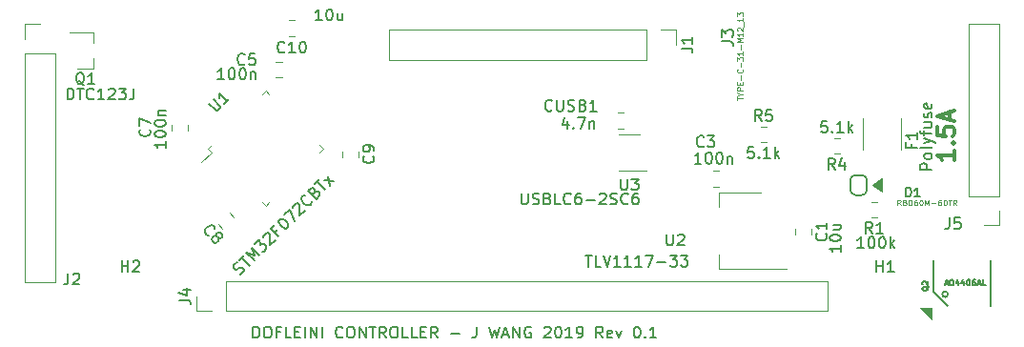
<source format=gbr>
G04 #@! TF.GenerationSoftware,KiCad,Pcbnew,(5.1.5)-3*
G04 #@! TF.CreationDate,2020-02-22T19:23:43-05:00*
G04 #@! TF.ProjectId,Dofleini-controller-STM32,446f666c-6569-46e6-992d-636f6e74726f,rev?*
G04 #@! TF.SameCoordinates,Original*
G04 #@! TF.FileFunction,Legend,Top*
G04 #@! TF.FilePolarity,Positive*
%FSLAX46Y46*%
G04 Gerber Fmt 4.6, Leading zero omitted, Abs format (unit mm)*
G04 Created by KiCad (PCBNEW (5.1.5)-3) date 2020-02-22 19:23:43*
%MOMM*%
%LPD*%
G04 APERTURE LIST*
%ADD10C,0.300000*%
%ADD11C,0.150000*%
%ADD12C,0.120000*%
%ADD13C,0.100000*%
%ADD14C,0.200000*%
%ADD15C,0.127000*%
%ADD16C,0.125000*%
G04 APERTURE END LIST*
D10*
X37998571Y5324285D02*
X37998571Y4467142D01*
X37998571Y4895714D02*
X36498571Y4895714D01*
X36712857Y4752857D01*
X36855714Y4610000D01*
X36927142Y4467142D01*
X37855714Y5967142D02*
X37927142Y6038571D01*
X37998571Y5967142D01*
X37927142Y5895714D01*
X37855714Y5967142D01*
X37998571Y5967142D01*
X36498571Y7395714D02*
X36498571Y6681428D01*
X37212857Y6610000D01*
X37141428Y6681428D01*
X37070000Y6824285D01*
X37070000Y7181428D01*
X37141428Y7324285D01*
X37212857Y7395714D01*
X37355714Y7467142D01*
X37712857Y7467142D01*
X37855714Y7395714D01*
X37927142Y7324285D01*
X37998571Y7181428D01*
X37998571Y6824285D01*
X37927142Y6681428D01*
X37855714Y6610000D01*
X37570000Y8038571D02*
X37570000Y8752857D01*
X37998571Y7895714D02*
X36498571Y8395714D01*
X37998571Y8895714D01*
D11*
X-24260952Y-11322380D02*
X-24260952Y-10322380D01*
X-24022857Y-10322380D01*
X-23879999Y-10370000D01*
X-23784761Y-10465238D01*
X-23737142Y-10560476D01*
X-23689523Y-10750952D01*
X-23689523Y-10893809D01*
X-23737142Y-11084285D01*
X-23784761Y-11179523D01*
X-23879999Y-11274761D01*
X-24022857Y-11322380D01*
X-24260952Y-11322380D01*
X-23070476Y-10322380D02*
X-22879999Y-10322380D01*
X-22784761Y-10370000D01*
X-22689523Y-10465238D01*
X-22641904Y-10655714D01*
X-22641904Y-10989047D01*
X-22689523Y-11179523D01*
X-22784761Y-11274761D01*
X-22879999Y-11322380D01*
X-23070476Y-11322380D01*
X-23165714Y-11274761D01*
X-23260952Y-11179523D01*
X-23308571Y-10989047D01*
X-23308571Y-10655714D01*
X-23260952Y-10465238D01*
X-23165714Y-10370000D01*
X-23070476Y-10322380D01*
X-21879999Y-10798571D02*
X-22213333Y-10798571D01*
X-22213333Y-11322380D02*
X-22213333Y-10322380D01*
X-21737142Y-10322380D01*
X-20879999Y-11322380D02*
X-21356190Y-11322380D01*
X-21356190Y-10322380D01*
X-20546666Y-10798571D02*
X-20213333Y-10798571D01*
X-20070476Y-11322380D02*
X-20546666Y-11322380D01*
X-20546666Y-10322380D01*
X-20070476Y-10322380D01*
X-19641904Y-11322380D02*
X-19641904Y-10322380D01*
X-19165714Y-11322380D02*
X-19165714Y-10322380D01*
X-18594285Y-11322380D01*
X-18594285Y-10322380D01*
X-18118095Y-11322380D02*
X-18118095Y-10322380D01*
X-16308571Y-11227142D02*
X-16356190Y-11274761D01*
X-16499047Y-11322380D01*
X-16594285Y-11322380D01*
X-16737142Y-11274761D01*
X-16832380Y-11179523D01*
X-16879999Y-11084285D01*
X-16927619Y-10893809D01*
X-16927619Y-10750952D01*
X-16879999Y-10560476D01*
X-16832380Y-10465238D01*
X-16737142Y-10370000D01*
X-16594285Y-10322380D01*
X-16499047Y-10322380D01*
X-16356190Y-10370000D01*
X-16308571Y-10417619D01*
X-15689523Y-10322380D02*
X-15499047Y-10322380D01*
X-15403809Y-10370000D01*
X-15308571Y-10465238D01*
X-15260952Y-10655714D01*
X-15260952Y-10989047D01*
X-15308571Y-11179523D01*
X-15403809Y-11274761D01*
X-15499047Y-11322380D01*
X-15689523Y-11322380D01*
X-15784761Y-11274761D01*
X-15879999Y-11179523D01*
X-15927619Y-10989047D01*
X-15927619Y-10655714D01*
X-15879999Y-10465238D01*
X-15784761Y-10370000D01*
X-15689523Y-10322380D01*
X-14832380Y-11322380D02*
X-14832380Y-10322380D01*
X-14260952Y-11322380D01*
X-14260952Y-10322380D01*
X-13927619Y-10322380D02*
X-13356190Y-10322380D01*
X-13641904Y-11322380D02*
X-13641904Y-10322380D01*
X-12451428Y-11322380D02*
X-12784761Y-10846190D01*
X-13022857Y-11322380D02*
X-13022857Y-10322380D01*
X-12641904Y-10322380D01*
X-12546666Y-10370000D01*
X-12499047Y-10417619D01*
X-12451428Y-10512857D01*
X-12451428Y-10655714D01*
X-12499047Y-10750952D01*
X-12546666Y-10798571D01*
X-12641904Y-10846190D01*
X-13022857Y-10846190D01*
X-11832380Y-10322380D02*
X-11641904Y-10322380D01*
X-11546666Y-10370000D01*
X-11451428Y-10465238D01*
X-11403809Y-10655714D01*
X-11403809Y-10989047D01*
X-11451428Y-11179523D01*
X-11546666Y-11274761D01*
X-11641904Y-11322380D01*
X-11832380Y-11322380D01*
X-11927619Y-11274761D01*
X-12022857Y-11179523D01*
X-12070476Y-10989047D01*
X-12070476Y-10655714D01*
X-12022857Y-10465238D01*
X-11927619Y-10370000D01*
X-11832380Y-10322380D01*
X-10499047Y-11322380D02*
X-10975238Y-11322380D01*
X-10975238Y-10322380D01*
X-9689523Y-11322380D02*
X-10165714Y-11322380D01*
X-10165714Y-10322380D01*
X-9356190Y-10798571D02*
X-9022857Y-10798571D01*
X-8879999Y-11322380D02*
X-9356190Y-11322380D01*
X-9356190Y-10322380D01*
X-8879999Y-10322380D01*
X-7879999Y-11322380D02*
X-8213333Y-10846190D01*
X-8451428Y-11322380D02*
X-8451428Y-10322380D01*
X-8070476Y-10322380D01*
X-7975238Y-10370000D01*
X-7927619Y-10417619D01*
X-7879999Y-10512857D01*
X-7879999Y-10655714D01*
X-7927619Y-10750952D01*
X-7975238Y-10798571D01*
X-8070476Y-10846190D01*
X-8451428Y-10846190D01*
X-6689523Y-10941428D02*
X-5927619Y-10941428D01*
X-4403809Y-10322380D02*
X-4403809Y-11036666D01*
X-4451428Y-11179523D01*
X-4546666Y-11274761D01*
X-4689523Y-11322380D01*
X-4784761Y-11322380D01*
X-3260952Y-10322380D02*
X-3022857Y-11322380D01*
X-2832380Y-10608095D01*
X-2641904Y-11322380D01*
X-2403809Y-10322380D01*
X-2070476Y-11036666D02*
X-1594285Y-11036666D01*
X-2165714Y-11322380D02*
X-1832380Y-10322380D01*
X-1499047Y-11322380D01*
X-1165714Y-11322380D02*
X-1165714Y-10322380D01*
X-594285Y-11322380D01*
X-594285Y-10322380D01*
X405714Y-10370000D02*
X310476Y-10322380D01*
X167619Y-10322380D01*
X24761Y-10370000D01*
X-70476Y-10465238D01*
X-118095Y-10560476D01*
X-165714Y-10750952D01*
X-165714Y-10893809D01*
X-118095Y-11084285D01*
X-70476Y-11179523D01*
X24761Y-11274761D01*
X167619Y-11322380D01*
X262857Y-11322380D01*
X405714Y-11274761D01*
X453333Y-11227142D01*
X453333Y-10893809D01*
X262857Y-10893809D01*
X1596190Y-10417619D02*
X1643809Y-10370000D01*
X1739047Y-10322380D01*
X1977142Y-10322380D01*
X2072380Y-10370000D01*
X2120000Y-10417619D01*
X2167619Y-10512857D01*
X2167619Y-10608095D01*
X2120000Y-10750952D01*
X1548571Y-11322380D01*
X2167619Y-11322380D01*
X2786666Y-10322380D02*
X2881904Y-10322380D01*
X2977142Y-10370000D01*
X3024761Y-10417619D01*
X3072380Y-10512857D01*
X3120000Y-10703333D01*
X3120000Y-10941428D01*
X3072380Y-11131904D01*
X3024761Y-11227142D01*
X2977142Y-11274761D01*
X2881904Y-11322380D01*
X2786666Y-11322380D01*
X2691428Y-11274761D01*
X2643809Y-11227142D01*
X2596190Y-11131904D01*
X2548571Y-10941428D01*
X2548571Y-10703333D01*
X2596190Y-10512857D01*
X2643809Y-10417619D01*
X2691428Y-10370000D01*
X2786666Y-10322380D01*
X4072380Y-11322380D02*
X3500952Y-11322380D01*
X3786666Y-11322380D02*
X3786666Y-10322380D01*
X3691428Y-10465238D01*
X3596190Y-10560476D01*
X3500952Y-10608095D01*
X4548571Y-11322380D02*
X4739047Y-11322380D01*
X4834285Y-11274761D01*
X4881904Y-11227142D01*
X4977142Y-11084285D01*
X5024761Y-10893809D01*
X5024761Y-10512857D01*
X4977142Y-10417619D01*
X4929523Y-10370000D01*
X4834285Y-10322380D01*
X4643809Y-10322380D01*
X4548571Y-10370000D01*
X4500952Y-10417619D01*
X4453333Y-10512857D01*
X4453333Y-10750952D01*
X4500952Y-10846190D01*
X4548571Y-10893809D01*
X4643809Y-10941428D01*
X4834285Y-10941428D01*
X4929523Y-10893809D01*
X4977142Y-10846190D01*
X5024761Y-10750952D01*
X6786666Y-11322380D02*
X6453333Y-10846190D01*
X6215238Y-11322380D02*
X6215238Y-10322380D01*
X6596190Y-10322380D01*
X6691428Y-10370000D01*
X6739047Y-10417619D01*
X6786666Y-10512857D01*
X6786666Y-10655714D01*
X6739047Y-10750952D01*
X6691428Y-10798571D01*
X6596190Y-10846190D01*
X6215238Y-10846190D01*
X7596190Y-11274761D02*
X7500952Y-11322380D01*
X7310476Y-11322380D01*
X7215238Y-11274761D01*
X7167619Y-11179523D01*
X7167619Y-10798571D01*
X7215238Y-10703333D01*
X7310476Y-10655714D01*
X7500952Y-10655714D01*
X7596190Y-10703333D01*
X7643809Y-10798571D01*
X7643809Y-10893809D01*
X7167619Y-10989047D01*
X7977142Y-10655714D02*
X8215238Y-11322380D01*
X8453333Y-10655714D01*
X9786666Y-10322380D02*
X9881904Y-10322380D01*
X9977142Y-10370000D01*
X10024761Y-10417619D01*
X10072380Y-10512857D01*
X10120000Y-10703333D01*
X10120000Y-10941428D01*
X10072380Y-11131904D01*
X10024761Y-11227142D01*
X9977142Y-11274761D01*
X9881904Y-11322380D01*
X9786666Y-11322380D01*
X9691428Y-11274761D01*
X9643809Y-11227142D01*
X9596190Y-11131904D01*
X9548571Y-10941428D01*
X9548571Y-10703333D01*
X9596190Y-10512857D01*
X9643809Y-10417619D01*
X9691428Y-10370000D01*
X9786666Y-10322380D01*
X10548571Y-11227142D02*
X10596190Y-11274761D01*
X10548571Y-11322380D01*
X10500952Y-11274761D01*
X10548571Y-11227142D01*
X10548571Y-11322380D01*
X11548571Y-11322380D02*
X10977142Y-11322380D01*
X11262857Y-11322380D02*
X11262857Y-10322380D01*
X11167619Y-10465238D01*
X11072380Y-10560476D01*
X10977142Y-10608095D01*
D12*
X-30080000Y7078748D02*
X-30080000Y7601252D01*
X-31500000Y7078748D02*
X-31500000Y7601252D01*
X23900000Y-1608748D02*
X23900000Y-2131252D01*
X25320000Y-1608748D02*
X25320000Y-2131252D01*
X16613748Y2120000D02*
X17136252Y2120000D01*
X16613748Y3540000D02*
X17136252Y3540000D01*
X-22231252Y11790000D02*
X-21708748Y11790000D01*
X-22231252Y13210000D02*
X-21708748Y13210000D01*
X-25993221Y-602687D02*
X-26362687Y-233221D01*
X-26997313Y-1606779D02*
X-27366779Y-1237313D01*
X-16320000Y5251252D02*
X-16320000Y4728748D01*
X-14900000Y5251252D02*
X-14900000Y4728748D01*
X8661252Y8710000D02*
X8138748Y8710000D01*
X8661252Y7290000D02*
X8138748Y7290000D01*
D13*
G36*
X30760000Y2250000D02*
G01*
X31560000Y2850000D01*
X31560000Y1650000D01*
X30760000Y2250000D01*
G37*
X30760000Y2250000D02*
X31560000Y2850000D01*
X31560000Y1650000D01*
X30760000Y2250000D01*
D14*
X29759962Y1350000D02*
X29260000Y1350000D01*
X30260000Y1850000D02*
G75*
G02X29760000Y1350000I-500000J0D01*
G01*
X29260000Y1350000D02*
G75*
G02X28760000Y1850000I0J500000D01*
G01*
X28760000Y2650000D02*
X28760000Y1850000D01*
X28760000Y2650000D02*
G75*
G02X29260000Y3150000I500000J0D01*
G01*
X29260038Y3150000D02*
X29760000Y3150000D01*
X30260000Y2650000D02*
X30260000Y1850000D01*
X29760000Y3150000D02*
G75*
G02X30260000Y2650000I0J-500000D01*
G01*
D12*
X33310000Y5413748D02*
X33310000Y8186252D01*
X29890000Y5413748D02*
X29890000Y8186252D01*
X13310000Y16050000D02*
X13310000Y14720000D01*
X11980000Y16050000D02*
X13310000Y16050000D01*
X10710000Y16050000D02*
X10710000Y13390000D01*
X10710000Y13390000D02*
X-12210000Y13390000D01*
X10710000Y16050000D02*
X-12210000Y16050000D01*
X-12210000Y16050000D02*
X-12210000Y13390000D01*
X-44510000Y16570000D02*
X-43180000Y16570000D01*
X-44510000Y15240000D02*
X-44510000Y16570000D01*
X-44510000Y13970000D02*
X-41850000Y13970000D01*
X-41850000Y13970000D02*
X-41850000Y-6410000D01*
X-44510000Y13970000D02*
X-44510000Y-6410000D01*
X-44510000Y-6410000D02*
X-41850000Y-6410000D01*
X-29270000Y-8950000D02*
X-29270000Y-7620000D01*
X-27940000Y-8950000D02*
X-29270000Y-8950000D01*
X-26670000Y-8950000D02*
X-26670000Y-6290000D01*
X-26670000Y-6290000D02*
X26730000Y-6290000D01*
X-26670000Y-8950000D02*
X26730000Y-8950000D01*
X26730000Y-8950000D02*
X26730000Y-6290000D01*
X41970000Y-1330000D02*
X40640000Y-1330000D01*
X41970000Y0D02*
X41970000Y-1330000D01*
X41970000Y1270000D02*
X39310000Y1270000D01*
X39310000Y1270000D02*
X39310000Y16570000D01*
X41970000Y1270000D02*
X41970000Y16570000D01*
X41970000Y16570000D02*
X39310000Y16570000D01*
X-38410000Y12630000D02*
X-39870000Y12630000D01*
X-38410000Y15790000D02*
X-40570000Y15790000D01*
X-38410000Y15790000D02*
X-38410000Y14860000D01*
X-38410000Y12630000D02*
X-38410000Y13560000D01*
D13*
G36*
X35960000Y-9680000D02*
G01*
X35960000Y-8680000D01*
X34960000Y-8680000D01*
X35960000Y-9680000D01*
G37*
X35960000Y-9680000D02*
X35960000Y-8680000D01*
X34960000Y-8680000D01*
X35960000Y-9680000D01*
D15*
X37440000Y-7446000D02*
G75*
G03X37440000Y-7446000I-254000J0D01*
G01*
X36170000Y-7192000D02*
X36170000Y-4398000D01*
X37440000Y-8462000D02*
X36170000Y-7192000D01*
X41250000Y-4398000D02*
X41250000Y-8462000D01*
D12*
X31151252Y770000D02*
X30628748Y770000D01*
X31151252Y-650000D02*
X30628748Y-650000D01*
X27831252Y6440000D02*
X27308748Y6440000D01*
X27831252Y5020000D02*
X27308748Y5020000D01*
X20798748Y6040000D02*
X21321252Y6040000D01*
X20798748Y7460000D02*
X21321252Y7460000D01*
X23100000Y-5210000D02*
X17090000Y-5210000D01*
X20850000Y1610000D02*
X17090000Y1610000D01*
X17090000Y-5210000D02*
X17090000Y-3950000D01*
X17090000Y1610000D02*
X17090000Y350000D01*
X8240000Y3540000D02*
X10690000Y3540000D01*
X10040000Y6760000D02*
X8240000Y6760000D01*
X-21061252Y15490000D02*
X-20538748Y15490000D01*
X-21061252Y16910000D02*
X-20538748Y16910000D01*
X-27937113Y5181802D02*
X-28849281Y4269634D01*
X-28255311Y5500000D02*
X-27937113Y5181802D01*
X-27937113Y5818198D02*
X-28255311Y5500000D01*
X-23150000Y10605311D02*
X-22831802Y10287113D01*
X-23468198Y10287113D02*
X-23150000Y10605311D01*
X-23150000Y394689D02*
X-23468198Y712887D01*
X-22831802Y712887D02*
X-23150000Y394689D01*
X-18044689Y5500000D02*
X-18362887Y5818198D01*
X-18362887Y5181802D02*
X-18044689Y5500000D01*
D11*
X-33467857Y7208333D02*
X-33420238Y7160714D01*
X-33372619Y7017857D01*
X-33372619Y6922619D01*
X-33420238Y6779761D01*
X-33515476Y6684523D01*
X-33610714Y6636904D01*
X-33801190Y6589285D01*
X-33944047Y6589285D01*
X-34134523Y6636904D01*
X-34229761Y6684523D01*
X-34325000Y6779761D01*
X-34372619Y6922619D01*
X-34372619Y7017857D01*
X-34325000Y7160714D01*
X-34277380Y7208333D01*
X-34372619Y7541666D02*
X-34372619Y8208333D01*
X-33372619Y7779761D01*
X-32022619Y6130952D02*
X-32022619Y5559523D01*
X-32022619Y5845238D02*
X-33022619Y5845238D01*
X-32879761Y5750000D01*
X-32784523Y5654761D01*
X-32736904Y5559523D01*
X-33022619Y6750000D02*
X-33022619Y6845238D01*
X-32975000Y6940476D01*
X-32927380Y6988095D01*
X-32832142Y7035714D01*
X-32641666Y7083333D01*
X-32403571Y7083333D01*
X-32213095Y7035714D01*
X-32117857Y6988095D01*
X-32070238Y6940476D01*
X-32022619Y6845238D01*
X-32022619Y6750000D01*
X-32070238Y6654761D01*
X-32117857Y6607142D01*
X-32213095Y6559523D01*
X-32403571Y6511904D01*
X-32641666Y6511904D01*
X-32832142Y6559523D01*
X-32927380Y6607142D01*
X-32975000Y6654761D01*
X-33022619Y6750000D01*
X-33022619Y7702380D02*
X-33022619Y7797619D01*
X-32975000Y7892857D01*
X-32927380Y7940476D01*
X-32832142Y7988095D01*
X-32641666Y8035714D01*
X-32403571Y8035714D01*
X-32213095Y7988095D01*
X-32117857Y7940476D01*
X-32070238Y7892857D01*
X-32022619Y7797619D01*
X-32022619Y7702380D01*
X-32070238Y7607142D01*
X-32117857Y7559523D01*
X-32213095Y7511904D01*
X-32403571Y7464285D01*
X-32641666Y7464285D01*
X-32832142Y7511904D01*
X-32927380Y7559523D01*
X-32975000Y7607142D01*
X-33022619Y7702380D01*
X-32689285Y8464285D02*
X-32022619Y8464285D01*
X-32594047Y8464285D02*
X-32641666Y8511904D01*
X-32689285Y8607142D01*
X-32689285Y8750000D01*
X-32641666Y8845238D01*
X-32546428Y8892857D01*
X-32022619Y8892857D01*
X17352380Y15041666D02*
X18066666Y15041666D01*
X18209523Y14994047D01*
X18304761Y14898809D01*
X18352380Y14755952D01*
X18352380Y14660714D01*
X17352380Y15422619D02*
X17352380Y16041666D01*
X17733333Y15708333D01*
X17733333Y15851190D01*
X17780952Y15946428D01*
X17828571Y15994047D01*
X17923809Y16041666D01*
X18161904Y16041666D01*
X18257142Y15994047D01*
X18304761Y15946428D01*
X18352380Y15851190D01*
X18352380Y15565476D01*
X18304761Y15470238D01*
X18257142Y15422619D01*
D16*
X18726190Y9783333D02*
X18726190Y10069047D01*
X19226190Y9926190D02*
X18726190Y9926190D01*
X18988095Y10330952D02*
X19226190Y10330952D01*
X18726190Y10164285D02*
X18988095Y10330952D01*
X18726190Y10497619D01*
X19226190Y10664285D02*
X18726190Y10664285D01*
X18726190Y10854761D01*
X18750000Y10902380D01*
X18773809Y10926190D01*
X18821428Y10950000D01*
X18892857Y10950000D01*
X18940476Y10926190D01*
X18964285Y10902380D01*
X18988095Y10854761D01*
X18988095Y10664285D01*
X18964285Y11164285D02*
X18964285Y11330952D01*
X19226190Y11402380D02*
X19226190Y11164285D01*
X18726190Y11164285D01*
X18726190Y11402380D01*
X19035714Y11616666D02*
X19035714Y11997619D01*
X19178571Y12521428D02*
X19202380Y12497619D01*
X19226190Y12426190D01*
X19226190Y12378571D01*
X19202380Y12307142D01*
X19154761Y12259523D01*
X19107142Y12235714D01*
X19011904Y12211904D01*
X18940476Y12211904D01*
X18845238Y12235714D01*
X18797619Y12259523D01*
X18750000Y12307142D01*
X18726190Y12378571D01*
X18726190Y12426190D01*
X18750000Y12497619D01*
X18773809Y12521428D01*
X19035714Y12735714D02*
X19035714Y13116666D01*
X18726190Y13307142D02*
X18726190Y13616666D01*
X18916666Y13450000D01*
X18916666Y13521428D01*
X18940476Y13569047D01*
X18964285Y13592857D01*
X19011904Y13616666D01*
X19130952Y13616666D01*
X19178571Y13592857D01*
X19202380Y13569047D01*
X19226190Y13521428D01*
X19226190Y13378571D01*
X19202380Y13330952D01*
X19178571Y13307142D01*
X19226190Y14092857D02*
X19226190Y13807142D01*
X19226190Y13950000D02*
X18726190Y13950000D01*
X18797619Y13902380D01*
X18845238Y13854761D01*
X18869047Y13807142D01*
X19035714Y14307142D02*
X19035714Y14688095D01*
X19226190Y14926190D02*
X18726190Y14926190D01*
X19083333Y15092857D01*
X18726190Y15259523D01*
X19226190Y15259523D01*
X19226190Y15759523D02*
X19226190Y15473809D01*
X19226190Y15616666D02*
X18726190Y15616666D01*
X18797619Y15569047D01*
X18845238Y15521428D01*
X18869047Y15473809D01*
X18773809Y15950000D02*
X18750000Y15973809D01*
X18726190Y16021428D01*
X18726190Y16140476D01*
X18750000Y16188095D01*
X18773809Y16211904D01*
X18821428Y16235714D01*
X18869047Y16235714D01*
X18940476Y16211904D01*
X19226190Y15926190D01*
X19226190Y16235714D01*
X19273809Y16330952D02*
X19273809Y16711904D01*
X19226190Y17092857D02*
X19226190Y16807142D01*
X19226190Y16949999D02*
X18726190Y16949999D01*
X18797619Y16902380D01*
X18845238Y16854761D01*
X18869047Y16807142D01*
X18726190Y17259523D02*
X18726190Y17569047D01*
X18916666Y17402380D01*
X18916666Y17473809D01*
X18940476Y17521428D01*
X18964285Y17545238D01*
X19011904Y17569047D01*
X19130952Y17569047D01*
X19178571Y17545238D01*
X19202380Y17521428D01*
X19226190Y17473809D01*
X19226190Y17330952D01*
X19202380Y17283333D01*
X19178571Y17259523D01*
D11*
X26617142Y-2036666D02*
X26664761Y-2084285D01*
X26712380Y-2227142D01*
X26712380Y-2322380D01*
X26664761Y-2465238D01*
X26569523Y-2560476D01*
X26474285Y-2608095D01*
X26283809Y-2655714D01*
X26140952Y-2655714D01*
X25950476Y-2608095D01*
X25855238Y-2560476D01*
X25760000Y-2465238D01*
X25712380Y-2322380D01*
X25712380Y-2227142D01*
X25760000Y-2084285D01*
X25807619Y-2036666D01*
X26712380Y-1084285D02*
X26712380Y-1655714D01*
X26712380Y-1370000D02*
X25712380Y-1370000D01*
X25855238Y-1465238D01*
X25950476Y-1560476D01*
X25998095Y-1655714D01*
X27927380Y-3092857D02*
X27927380Y-3664285D01*
X27927380Y-3378571D02*
X26927380Y-3378571D01*
X27070238Y-3473809D01*
X27165476Y-3569047D01*
X27213095Y-3664285D01*
X26927380Y-2473809D02*
X26927380Y-2378571D01*
X26975000Y-2283333D01*
X27022619Y-2235714D01*
X27117857Y-2188095D01*
X27308333Y-2140476D01*
X27546428Y-2140476D01*
X27736904Y-2188095D01*
X27832142Y-2235714D01*
X27879761Y-2283333D01*
X27927380Y-2378571D01*
X27927380Y-2473809D01*
X27879761Y-2569047D01*
X27832142Y-2616666D01*
X27736904Y-2664285D01*
X27546428Y-2711904D01*
X27308333Y-2711904D01*
X27117857Y-2664285D01*
X27022619Y-2616666D01*
X26975000Y-2569047D01*
X26927380Y-2473809D01*
X27260714Y-1283333D02*
X27927380Y-1283333D01*
X27260714Y-1711904D02*
X27784523Y-1711904D01*
X27879761Y-1664285D01*
X27927380Y-1569047D01*
X27927380Y-1426190D01*
X27879761Y-1330952D01*
X27832142Y-1283333D01*
X15758333Y5717857D02*
X15710714Y5670238D01*
X15567857Y5622619D01*
X15472619Y5622619D01*
X15329761Y5670238D01*
X15234523Y5765476D01*
X15186904Y5860714D01*
X15139285Y6051190D01*
X15139285Y6194047D01*
X15186904Y6384523D01*
X15234523Y6479761D01*
X15329761Y6575000D01*
X15472619Y6622619D01*
X15567857Y6622619D01*
X15710714Y6575000D01*
X15758333Y6527380D01*
X16091666Y6622619D02*
X16710714Y6622619D01*
X16377380Y6241666D01*
X16520238Y6241666D01*
X16615476Y6194047D01*
X16663095Y6146428D01*
X16710714Y6051190D01*
X16710714Y5813095D01*
X16663095Y5717857D01*
X16615476Y5670238D01*
X16520238Y5622619D01*
X16234523Y5622619D01*
X16139285Y5670238D01*
X16091666Y5717857D01*
X15530952Y4147619D02*
X14959523Y4147619D01*
X15245238Y4147619D02*
X15245238Y5147619D01*
X15150000Y5004761D01*
X15054761Y4909523D01*
X14959523Y4861904D01*
X16150000Y5147619D02*
X16245238Y5147619D01*
X16340476Y5100000D01*
X16388095Y5052380D01*
X16435714Y4957142D01*
X16483333Y4766666D01*
X16483333Y4528571D01*
X16435714Y4338095D01*
X16388095Y4242857D01*
X16340476Y4195238D01*
X16245238Y4147619D01*
X16150000Y4147619D01*
X16054761Y4195238D01*
X16007142Y4242857D01*
X15959523Y4338095D01*
X15911904Y4528571D01*
X15911904Y4766666D01*
X15959523Y4957142D01*
X16007142Y5052380D01*
X16054761Y5100000D01*
X16150000Y5147619D01*
X17102380Y5147619D02*
X17197619Y5147619D01*
X17292857Y5100000D01*
X17340476Y5052380D01*
X17388095Y4957142D01*
X17435714Y4766666D01*
X17435714Y4528571D01*
X17388095Y4338095D01*
X17340476Y4242857D01*
X17292857Y4195238D01*
X17197619Y4147619D01*
X17102380Y4147619D01*
X17007142Y4195238D01*
X16959523Y4242857D01*
X16911904Y4338095D01*
X16864285Y4528571D01*
X16864285Y4766666D01*
X16911904Y4957142D01*
X16959523Y5052380D01*
X17007142Y5100000D01*
X17102380Y5147619D01*
X17864285Y4814285D02*
X17864285Y4147619D01*
X17864285Y4719047D02*
X17911904Y4766666D01*
X18007142Y4814285D01*
X18150000Y4814285D01*
X18245238Y4766666D01*
X18292857Y4671428D01*
X18292857Y4147619D01*
X-25016666Y13017857D02*
X-25064285Y12970238D01*
X-25207142Y12922619D01*
X-25302380Y12922619D01*
X-25445238Y12970238D01*
X-25540476Y13065476D01*
X-25588095Y13160714D01*
X-25635714Y13351190D01*
X-25635714Y13494047D01*
X-25588095Y13684523D01*
X-25540476Y13779761D01*
X-25445238Y13875000D01*
X-25302380Y13922619D01*
X-25207142Y13922619D01*
X-25064285Y13875000D01*
X-25016666Y13827380D01*
X-24111904Y13922619D02*
X-24588095Y13922619D01*
X-24635714Y13446428D01*
X-24588095Y13494047D01*
X-24492857Y13541666D01*
X-24254761Y13541666D01*
X-24159523Y13494047D01*
X-24111904Y13446428D01*
X-24064285Y13351190D01*
X-24064285Y13113095D01*
X-24111904Y13017857D01*
X-24159523Y12970238D01*
X-24254761Y12922619D01*
X-24492857Y12922619D01*
X-24588095Y12970238D01*
X-24635714Y13017857D01*
X-26819047Y11647619D02*
X-27390476Y11647619D01*
X-27104761Y11647619D02*
X-27104761Y12647619D01*
X-27200000Y12504761D01*
X-27295238Y12409523D01*
X-27390476Y12361904D01*
X-26200000Y12647619D02*
X-26104761Y12647619D01*
X-26009523Y12600000D01*
X-25961904Y12552380D01*
X-25914285Y12457142D01*
X-25866666Y12266666D01*
X-25866666Y12028571D01*
X-25914285Y11838095D01*
X-25961904Y11742857D01*
X-26009523Y11695238D01*
X-26104761Y11647619D01*
X-26200000Y11647619D01*
X-26295238Y11695238D01*
X-26342857Y11742857D01*
X-26390476Y11838095D01*
X-26438095Y12028571D01*
X-26438095Y12266666D01*
X-26390476Y12457142D01*
X-26342857Y12552380D01*
X-26295238Y12600000D01*
X-26200000Y12647619D01*
X-25247619Y12647619D02*
X-25152380Y12647619D01*
X-25057142Y12600000D01*
X-25009523Y12552380D01*
X-24961904Y12457142D01*
X-24914285Y12266666D01*
X-24914285Y12028571D01*
X-24961904Y11838095D01*
X-25009523Y11742857D01*
X-25057142Y11695238D01*
X-25152380Y11647619D01*
X-25247619Y11647619D01*
X-25342857Y11695238D01*
X-25390476Y11742857D01*
X-25438095Y11838095D01*
X-25485714Y12028571D01*
X-25485714Y12266666D01*
X-25438095Y12457142D01*
X-25390476Y12552380D01*
X-25342857Y12600000D01*
X-25247619Y12647619D01*
X-24485714Y12314285D02*
X-24485714Y11647619D01*
X-24485714Y12219047D02*
X-24438095Y12266666D01*
X-24342857Y12314285D01*
X-24200000Y12314285D01*
X-24104761Y12266666D01*
X-24057142Y12171428D01*
X-24057142Y11647619D01*
X-28217115Y-2221413D02*
X-28284458Y-2221413D01*
X-28419145Y-2154069D01*
X-28486489Y-2086725D01*
X-28553832Y-1952038D01*
X-28553832Y-1817351D01*
X-28520161Y-1716336D01*
X-28419145Y-1547977D01*
X-28318130Y-1446962D01*
X-28149771Y-1345947D01*
X-28048756Y-1312275D01*
X-27914069Y-1312275D01*
X-27779382Y-1379619D01*
X-27712038Y-1446962D01*
X-27644695Y-1581649D01*
X-27644695Y-1648993D01*
X-27476336Y-2288756D02*
X-27510008Y-2187741D01*
X-27510008Y-2120397D01*
X-27476336Y-2019382D01*
X-27442664Y-1985710D01*
X-27341649Y-1952038D01*
X-27274306Y-1952038D01*
X-27173290Y-1985710D01*
X-27038603Y-2120397D01*
X-27004932Y-2221413D01*
X-27004932Y-2288756D01*
X-27038603Y-2389771D01*
X-27072275Y-2423443D01*
X-27173290Y-2457115D01*
X-27240634Y-2457115D01*
X-27341649Y-2423443D01*
X-27476336Y-2288756D01*
X-27577351Y-2255084D01*
X-27644695Y-2255084D01*
X-27745710Y-2288756D01*
X-27880397Y-2423443D01*
X-27914069Y-2524458D01*
X-27914069Y-2591802D01*
X-27880397Y-2692817D01*
X-27745710Y-2827504D01*
X-27644695Y-2861176D01*
X-27577351Y-2861176D01*
X-27476336Y-2827504D01*
X-27341649Y-2692817D01*
X-27307977Y-2591802D01*
X-27307977Y-2524458D01*
X-27341649Y-2423443D01*
X-13602857Y4823333D02*
X-13555238Y4775714D01*
X-13507619Y4632857D01*
X-13507619Y4537619D01*
X-13555238Y4394761D01*
X-13650476Y4299523D01*
X-13745714Y4251904D01*
X-13936190Y4204285D01*
X-14079047Y4204285D01*
X-14269523Y4251904D01*
X-14364761Y4299523D01*
X-14460000Y4394761D01*
X-14507619Y4537619D01*
X-14507619Y4632857D01*
X-14460000Y4775714D01*
X-14412380Y4823333D01*
X-13507619Y5299523D02*
X-13507619Y5490000D01*
X-13555238Y5585238D01*
X-13602857Y5632857D01*
X-13745714Y5728095D01*
X-13936190Y5775714D01*
X-14317142Y5775714D01*
X-14412380Y5728095D01*
X-14460000Y5680476D01*
X-14507619Y5585238D01*
X-14507619Y5394761D01*
X-14460000Y5299523D01*
X-14412380Y5251904D01*
X-14317142Y5204285D01*
X-14079047Y5204285D01*
X-13983809Y5251904D01*
X-13936190Y5299523D01*
X-13888571Y5394761D01*
X-13888571Y5585238D01*
X-13936190Y5680476D01*
X-13983809Y5728095D01*
X-14079047Y5775714D01*
X2273333Y8912857D02*
X2225714Y8865238D01*
X2082857Y8817619D01*
X1987619Y8817619D01*
X1844761Y8865238D01*
X1749523Y8960476D01*
X1701904Y9055714D01*
X1654285Y9246190D01*
X1654285Y9389047D01*
X1701904Y9579523D01*
X1749523Y9674761D01*
X1844761Y9770000D01*
X1987619Y9817619D01*
X2082857Y9817619D01*
X2225714Y9770000D01*
X2273333Y9722380D01*
X2701904Y9817619D02*
X2701904Y9008095D01*
X2749523Y8912857D01*
X2797142Y8865238D01*
X2892380Y8817619D01*
X3082857Y8817619D01*
X3178095Y8865238D01*
X3225714Y8912857D01*
X3273333Y9008095D01*
X3273333Y9817619D01*
X3701904Y8865238D02*
X3844761Y8817619D01*
X4082857Y8817619D01*
X4178095Y8865238D01*
X4225714Y8912857D01*
X4273333Y9008095D01*
X4273333Y9103333D01*
X4225714Y9198571D01*
X4178095Y9246190D01*
X4082857Y9293809D01*
X3892380Y9341428D01*
X3797142Y9389047D01*
X3749523Y9436666D01*
X3701904Y9531904D01*
X3701904Y9627142D01*
X3749523Y9722380D01*
X3797142Y9770000D01*
X3892380Y9817619D01*
X4130476Y9817619D01*
X4273333Y9770000D01*
X5035238Y9341428D02*
X5178095Y9293809D01*
X5225714Y9246190D01*
X5273333Y9150952D01*
X5273333Y9008095D01*
X5225714Y8912857D01*
X5178095Y8865238D01*
X5082857Y8817619D01*
X4701904Y8817619D01*
X4701904Y9817619D01*
X5035238Y9817619D01*
X5130476Y9770000D01*
X5178095Y9722380D01*
X5225714Y9627142D01*
X5225714Y9531904D01*
X5178095Y9436666D01*
X5130476Y9389047D01*
X5035238Y9341428D01*
X4701904Y9341428D01*
X6225714Y8817619D02*
X5654285Y8817619D01*
X5940000Y8817619D02*
X5940000Y9817619D01*
X5844761Y9674761D01*
X5749523Y9579523D01*
X5654285Y9531904D01*
X3663809Y7934285D02*
X3663809Y7267619D01*
X3425714Y8315238D02*
X3187619Y7600952D01*
X3806666Y7600952D01*
X4187619Y7362857D02*
X4235238Y7315238D01*
X4187619Y7267619D01*
X4140000Y7315238D01*
X4187619Y7362857D01*
X4187619Y7267619D01*
X4568571Y8267619D02*
X5235238Y8267619D01*
X4806666Y7267619D01*
X5616190Y7934285D02*
X5616190Y7267619D01*
X5616190Y7839047D02*
X5663809Y7886666D01*
X5759047Y7934285D01*
X5901904Y7934285D01*
X5997142Y7886666D01*
X6044761Y7791428D01*
X6044761Y7267619D01*
D14*
X33709523Y1213095D02*
X33709523Y2013095D01*
X33900000Y2013095D01*
X34014285Y1975000D01*
X34090476Y1898809D01*
X34128571Y1822619D01*
X34166666Y1670238D01*
X34166666Y1555952D01*
X34128571Y1403571D01*
X34090476Y1327380D01*
X34014285Y1251190D01*
X33900000Y1213095D01*
X33709523Y1213095D01*
X34928571Y1213095D02*
X34471428Y1213095D01*
X34700000Y1213095D02*
X34700000Y2013095D01*
X34623809Y1898809D01*
X34547619Y1822619D01*
X34471428Y1784523D01*
D16*
X33241666Y448809D02*
X33075000Y686904D01*
X32955952Y448809D02*
X32955952Y948809D01*
X33146428Y948809D01*
X33194047Y925000D01*
X33217857Y901190D01*
X33241666Y853571D01*
X33241666Y782142D01*
X33217857Y734523D01*
X33194047Y710714D01*
X33146428Y686904D01*
X32955952Y686904D01*
X33622619Y710714D02*
X33694047Y686904D01*
X33717857Y663095D01*
X33741666Y615476D01*
X33741666Y544047D01*
X33717857Y496428D01*
X33694047Y472619D01*
X33646428Y448809D01*
X33455952Y448809D01*
X33455952Y948809D01*
X33622619Y948809D01*
X33670238Y925000D01*
X33694047Y901190D01*
X33717857Y853571D01*
X33717857Y805952D01*
X33694047Y758333D01*
X33670238Y734523D01*
X33622619Y710714D01*
X33455952Y710714D01*
X33955952Y448809D02*
X33955952Y948809D01*
X34075000Y948809D01*
X34146428Y925000D01*
X34194047Y877380D01*
X34217857Y829761D01*
X34241666Y734523D01*
X34241666Y663095D01*
X34217857Y567857D01*
X34194047Y520238D01*
X34146428Y472619D01*
X34075000Y448809D01*
X33955952Y448809D01*
X34670238Y948809D02*
X34575000Y948809D01*
X34527380Y925000D01*
X34503571Y901190D01*
X34455952Y829761D01*
X34432142Y734523D01*
X34432142Y544047D01*
X34455952Y496428D01*
X34479761Y472619D01*
X34527380Y448809D01*
X34622619Y448809D01*
X34670238Y472619D01*
X34694047Y496428D01*
X34717857Y544047D01*
X34717857Y663095D01*
X34694047Y710714D01*
X34670238Y734523D01*
X34622619Y758333D01*
X34527380Y758333D01*
X34479761Y734523D01*
X34455952Y710714D01*
X34432142Y663095D01*
X35027380Y948809D02*
X35075000Y948809D01*
X35122619Y925000D01*
X35146428Y901190D01*
X35170238Y853571D01*
X35194047Y758333D01*
X35194047Y639285D01*
X35170238Y544047D01*
X35146428Y496428D01*
X35122619Y472619D01*
X35075000Y448809D01*
X35027380Y448809D01*
X34979761Y472619D01*
X34955952Y496428D01*
X34932142Y544047D01*
X34908333Y639285D01*
X34908333Y758333D01*
X34932142Y853571D01*
X34955952Y901190D01*
X34979761Y925000D01*
X35027380Y948809D01*
X35408333Y448809D02*
X35408333Y948809D01*
X35575000Y591666D01*
X35741666Y948809D01*
X35741666Y448809D01*
X35979761Y639285D02*
X36360714Y639285D01*
X36813095Y948809D02*
X36717857Y948809D01*
X36670238Y925000D01*
X36646428Y901190D01*
X36598809Y829761D01*
X36575000Y734523D01*
X36575000Y544047D01*
X36598809Y496428D01*
X36622619Y472619D01*
X36670238Y448809D01*
X36765476Y448809D01*
X36813095Y472619D01*
X36836904Y496428D01*
X36860714Y544047D01*
X36860714Y663095D01*
X36836904Y710714D01*
X36813095Y734523D01*
X36765476Y758333D01*
X36670238Y758333D01*
X36622619Y734523D01*
X36598809Y710714D01*
X36575000Y663095D01*
X37170238Y948809D02*
X37217857Y948809D01*
X37265476Y925000D01*
X37289285Y901190D01*
X37313095Y853571D01*
X37336904Y758333D01*
X37336904Y639285D01*
X37313095Y544047D01*
X37289285Y496428D01*
X37265476Y472619D01*
X37217857Y448809D01*
X37170238Y448809D01*
X37122619Y472619D01*
X37098809Y496428D01*
X37075000Y544047D01*
X37051190Y639285D01*
X37051190Y758333D01*
X37075000Y853571D01*
X37098809Y901190D01*
X37122619Y925000D01*
X37170238Y948809D01*
X37479761Y948809D02*
X37765476Y948809D01*
X37622619Y448809D02*
X37622619Y948809D01*
X38217857Y448809D02*
X38051190Y686904D01*
X37932142Y448809D02*
X37932142Y948809D01*
X38122619Y948809D01*
X38170238Y925000D01*
X38194047Y901190D01*
X38217857Y853571D01*
X38217857Y782142D01*
X38194047Y734523D01*
X38170238Y710714D01*
X38122619Y686904D01*
X37932142Y686904D01*
D11*
X34203571Y5891666D02*
X34203571Y5558333D01*
X34727380Y5558333D02*
X33727380Y5558333D01*
X33727380Y6034523D01*
X34727380Y6939285D02*
X34727380Y6367857D01*
X34727380Y6653571D02*
X33727380Y6653571D01*
X33870238Y6558333D01*
X33965476Y6463095D01*
X34013095Y6367857D01*
X36002380Y3621428D02*
X35002380Y3621428D01*
X35002380Y4002380D01*
X35050000Y4097619D01*
X35097619Y4145238D01*
X35192857Y4192857D01*
X35335714Y4192857D01*
X35430952Y4145238D01*
X35478571Y4097619D01*
X35526190Y4002380D01*
X35526190Y3621428D01*
X36002380Y4764285D02*
X35954761Y4669047D01*
X35907142Y4621428D01*
X35811904Y4573809D01*
X35526190Y4573809D01*
X35430952Y4621428D01*
X35383333Y4669047D01*
X35335714Y4764285D01*
X35335714Y4907142D01*
X35383333Y5002380D01*
X35430952Y5050000D01*
X35526190Y5097619D01*
X35811904Y5097619D01*
X35907142Y5050000D01*
X35954761Y5002380D01*
X36002380Y4907142D01*
X36002380Y4764285D01*
X36002380Y5669047D02*
X35954761Y5573809D01*
X35859523Y5526190D01*
X35002380Y5526190D01*
X35335714Y5954761D02*
X36002380Y6192857D01*
X35335714Y6430952D02*
X36002380Y6192857D01*
X36240476Y6097619D01*
X36288095Y6050000D01*
X36335714Y5954761D01*
X35335714Y6669047D02*
X35335714Y7050000D01*
X36002380Y6811904D02*
X35145238Y6811904D01*
X35050000Y6859523D01*
X35002380Y6954761D01*
X35002380Y7050000D01*
X35335714Y7811904D02*
X36002380Y7811904D01*
X35335714Y7383333D02*
X35859523Y7383333D01*
X35954761Y7430952D01*
X36002380Y7526190D01*
X36002380Y7669047D01*
X35954761Y7764285D01*
X35907142Y7811904D01*
X35954761Y8240476D02*
X36002380Y8335714D01*
X36002380Y8526190D01*
X35954761Y8621428D01*
X35859523Y8669047D01*
X35811904Y8669047D01*
X35716666Y8621428D01*
X35669047Y8526190D01*
X35669047Y8383333D01*
X35621428Y8288095D01*
X35526190Y8240476D01*
X35478571Y8240476D01*
X35383333Y8288095D01*
X35335714Y8383333D01*
X35335714Y8526190D01*
X35383333Y8621428D01*
X35954761Y9478571D02*
X36002380Y9383333D01*
X36002380Y9192857D01*
X35954761Y9097619D01*
X35859523Y9050000D01*
X35478571Y9050000D01*
X35383333Y9097619D01*
X35335714Y9192857D01*
X35335714Y9383333D01*
X35383333Y9478571D01*
X35478571Y9526190D01*
X35573809Y9526190D01*
X35669047Y9050000D01*
X13762380Y14386666D02*
X14476666Y14386666D01*
X14619523Y14339047D01*
X14714761Y14243809D01*
X14762380Y14100952D01*
X14762380Y14005714D01*
X14762380Y15386666D02*
X14762380Y14815238D01*
X14762380Y15100952D02*
X13762380Y15100952D01*
X13905238Y15005714D01*
X14000476Y14910476D01*
X14048095Y14815238D01*
X-40683333Y-5582380D02*
X-40683333Y-6296666D01*
X-40730952Y-6439523D01*
X-40826190Y-6534761D01*
X-40969047Y-6582380D01*
X-41064285Y-6582380D01*
X-40254761Y-5677619D02*
X-40207142Y-5630000D01*
X-40111904Y-5582380D01*
X-39873809Y-5582380D01*
X-39778571Y-5630000D01*
X-39730952Y-5677619D01*
X-39683333Y-5772857D01*
X-39683333Y-5868095D01*
X-39730952Y-6010952D01*
X-40302380Y-6582380D01*
X-39683333Y-6582380D01*
X-30817619Y-7953333D02*
X-30103333Y-7953333D01*
X-29960476Y-8000952D01*
X-29865238Y-8096190D01*
X-29817619Y-8239047D01*
X-29817619Y-8334285D01*
X-30484285Y-7048571D02*
X-29817619Y-7048571D01*
X-30865238Y-7286666D02*
X-30150952Y-7524761D01*
X-30150952Y-6905714D01*
X37566666Y-652380D02*
X37566666Y-1366666D01*
X37519047Y-1509523D01*
X37423809Y-1604761D01*
X37280952Y-1652380D01*
X37185714Y-1652380D01*
X38519047Y-652380D02*
X38042857Y-652380D01*
X37995238Y-1128571D01*
X38042857Y-1080952D01*
X38138095Y-1033333D01*
X38376190Y-1033333D01*
X38471428Y-1080952D01*
X38519047Y-1128571D01*
X38566666Y-1223809D01*
X38566666Y-1461904D01*
X38519047Y-1557142D01*
X38471428Y-1604761D01*
X38376190Y-1652380D01*
X38138095Y-1652380D01*
X38042857Y-1604761D01*
X37995238Y-1557142D01*
X-39245238Y11127380D02*
X-39340476Y11175000D01*
X-39435714Y11270238D01*
X-39578571Y11413095D01*
X-39673809Y11460714D01*
X-39769047Y11460714D01*
X-39721428Y11222619D02*
X-39816666Y11270238D01*
X-39911904Y11365476D01*
X-39959523Y11555952D01*
X-39959523Y11889285D01*
X-39911904Y12079761D01*
X-39816666Y12175000D01*
X-39721428Y12222619D01*
X-39530952Y12222619D01*
X-39435714Y12175000D01*
X-39340476Y12079761D01*
X-39292857Y11889285D01*
X-39292857Y11555952D01*
X-39340476Y11365476D01*
X-39435714Y11270238D01*
X-39530952Y11222619D01*
X-39721428Y11222619D01*
X-38340476Y11222619D02*
X-38911904Y11222619D01*
X-38626190Y11222619D02*
X-38626190Y12222619D01*
X-38721428Y12079761D01*
X-38816666Y11984523D01*
X-38911904Y11936904D01*
X-40752380Y9847619D02*
X-40752380Y10847619D01*
X-40514285Y10847619D01*
X-40371428Y10800000D01*
X-40276190Y10704761D01*
X-40228571Y10609523D01*
X-40180952Y10419047D01*
X-40180952Y10276190D01*
X-40228571Y10085714D01*
X-40276190Y9990476D01*
X-40371428Y9895238D01*
X-40514285Y9847619D01*
X-40752380Y9847619D01*
X-39895238Y10847619D02*
X-39323809Y10847619D01*
X-39609523Y9847619D02*
X-39609523Y10847619D01*
X-38419047Y9942857D02*
X-38466666Y9895238D01*
X-38609523Y9847619D01*
X-38704761Y9847619D01*
X-38847619Y9895238D01*
X-38942857Y9990476D01*
X-38990476Y10085714D01*
X-39038095Y10276190D01*
X-39038095Y10419047D01*
X-38990476Y10609523D01*
X-38942857Y10704761D01*
X-38847619Y10800000D01*
X-38704761Y10847619D01*
X-38609523Y10847619D01*
X-38466666Y10800000D01*
X-38419047Y10752380D01*
X-37466666Y9847619D02*
X-38038095Y9847619D01*
X-37752380Y9847619D02*
X-37752380Y10847619D01*
X-37847619Y10704761D01*
X-37942857Y10609523D01*
X-38038095Y10561904D01*
X-37085714Y10752380D02*
X-37038095Y10800000D01*
X-36942857Y10847619D01*
X-36704761Y10847619D01*
X-36609523Y10800000D01*
X-36561904Y10752380D01*
X-36514285Y10657142D01*
X-36514285Y10561904D01*
X-36561904Y10419047D01*
X-37133333Y9847619D01*
X-36514285Y9847619D01*
X-36180952Y10847619D02*
X-35561904Y10847619D01*
X-35895238Y10466666D01*
X-35752380Y10466666D01*
X-35657142Y10419047D01*
X-35609523Y10371428D01*
X-35561904Y10276190D01*
X-35561904Y10038095D01*
X-35609523Y9942857D01*
X-35657142Y9895238D01*
X-35752380Y9847619D01*
X-36038095Y9847619D01*
X-36133333Y9895238D01*
X-36180952Y9942857D01*
X-34847619Y10847619D02*
X-34847619Y10133333D01*
X-34895238Y9990476D01*
X-34990476Y9895238D01*
X-35133333Y9847619D01*
X-35228571Y9847619D01*
D15*
X35728190Y-6748380D02*
X35704000Y-6796761D01*
X35655619Y-6845142D01*
X35583047Y-6917714D01*
X35558857Y-6966095D01*
X35558857Y-7014476D01*
X35679809Y-6990285D02*
X35655619Y-7038666D01*
X35607238Y-7087047D01*
X35510476Y-7111238D01*
X35341142Y-7111238D01*
X35244380Y-7087047D01*
X35196000Y-7038666D01*
X35171809Y-6990285D01*
X35171809Y-6893523D01*
X35196000Y-6845142D01*
X35244380Y-6796761D01*
X35341142Y-6772571D01*
X35510476Y-6772571D01*
X35607238Y-6796761D01*
X35655619Y-6845142D01*
X35679809Y-6893523D01*
X35679809Y-6990285D01*
X35220190Y-6579047D02*
X35196000Y-6554857D01*
X35171809Y-6506476D01*
X35171809Y-6385523D01*
X35196000Y-6337142D01*
X35220190Y-6312952D01*
X35268571Y-6288761D01*
X35316952Y-6288761D01*
X35389523Y-6312952D01*
X35679809Y-6603238D01*
X35679809Y-6288761D01*
X37186000Y-6514666D02*
X37427904Y-6514666D01*
X37137619Y-6659809D02*
X37306952Y-6151809D01*
X37476285Y-6659809D01*
X37742380Y-6151809D02*
X37839142Y-6151809D01*
X37887523Y-6176000D01*
X37935904Y-6224380D01*
X37960095Y-6321142D01*
X37960095Y-6490476D01*
X37935904Y-6587238D01*
X37887523Y-6635619D01*
X37839142Y-6659809D01*
X37742380Y-6659809D01*
X37694000Y-6635619D01*
X37645619Y-6587238D01*
X37621428Y-6490476D01*
X37621428Y-6321142D01*
X37645619Y-6224380D01*
X37694000Y-6176000D01*
X37742380Y-6151809D01*
X38395523Y-6321142D02*
X38395523Y-6659809D01*
X38274571Y-6127619D02*
X38153619Y-6490476D01*
X38468095Y-6490476D01*
X38879333Y-6321142D02*
X38879333Y-6659809D01*
X38758380Y-6127619D02*
X38637428Y-6490476D01*
X38951904Y-6490476D01*
X39242190Y-6151809D02*
X39290571Y-6151809D01*
X39338952Y-6176000D01*
X39363142Y-6200190D01*
X39387333Y-6248571D01*
X39411523Y-6345333D01*
X39411523Y-6466285D01*
X39387333Y-6563047D01*
X39363142Y-6611428D01*
X39338952Y-6635619D01*
X39290571Y-6659809D01*
X39242190Y-6659809D01*
X39193809Y-6635619D01*
X39169619Y-6611428D01*
X39145428Y-6563047D01*
X39121238Y-6466285D01*
X39121238Y-6345333D01*
X39145428Y-6248571D01*
X39169619Y-6200190D01*
X39193809Y-6176000D01*
X39242190Y-6151809D01*
X39846952Y-6151809D02*
X39750190Y-6151809D01*
X39701809Y-6176000D01*
X39677619Y-6200190D01*
X39629238Y-6272761D01*
X39605047Y-6369523D01*
X39605047Y-6563047D01*
X39629238Y-6611428D01*
X39653428Y-6635619D01*
X39701809Y-6659809D01*
X39798571Y-6659809D01*
X39846952Y-6635619D01*
X39871142Y-6611428D01*
X39895333Y-6563047D01*
X39895333Y-6442095D01*
X39871142Y-6393714D01*
X39846952Y-6369523D01*
X39798571Y-6345333D01*
X39701809Y-6345333D01*
X39653428Y-6369523D01*
X39629238Y-6393714D01*
X39605047Y-6442095D01*
X40088857Y-6514666D02*
X40330761Y-6514666D01*
X40040476Y-6659809D02*
X40209809Y-6151809D01*
X40379142Y-6659809D01*
X40790380Y-6659809D02*
X40548476Y-6659809D01*
X40548476Y-6151809D01*
D11*
X30723333Y-2042380D02*
X30390000Y-1566190D01*
X30151904Y-2042380D02*
X30151904Y-1042380D01*
X30532857Y-1042380D01*
X30628095Y-1090000D01*
X30675714Y-1137619D01*
X30723333Y-1232857D01*
X30723333Y-1375714D01*
X30675714Y-1470952D01*
X30628095Y-1518571D01*
X30532857Y-1566190D01*
X30151904Y-1566190D01*
X31675714Y-2042380D02*
X31104285Y-2042380D01*
X31390000Y-2042380D02*
X31390000Y-1042380D01*
X31294761Y-1185238D01*
X31199523Y-1280476D01*
X31104285Y-1328095D01*
X29978571Y-3352380D02*
X29407142Y-3352380D01*
X29692857Y-3352380D02*
X29692857Y-2352380D01*
X29597619Y-2495238D01*
X29502380Y-2590476D01*
X29407142Y-2638095D01*
X30597619Y-2352380D02*
X30692857Y-2352380D01*
X30788095Y-2400000D01*
X30835714Y-2447619D01*
X30883333Y-2542857D01*
X30930952Y-2733333D01*
X30930952Y-2971428D01*
X30883333Y-3161904D01*
X30835714Y-3257142D01*
X30788095Y-3304761D01*
X30692857Y-3352380D01*
X30597619Y-3352380D01*
X30502380Y-3304761D01*
X30454761Y-3257142D01*
X30407142Y-3161904D01*
X30359523Y-2971428D01*
X30359523Y-2733333D01*
X30407142Y-2542857D01*
X30454761Y-2447619D01*
X30502380Y-2400000D01*
X30597619Y-2352380D01*
X31550000Y-2352380D02*
X31645238Y-2352380D01*
X31740476Y-2400000D01*
X31788095Y-2447619D01*
X31835714Y-2542857D01*
X31883333Y-2733333D01*
X31883333Y-2971428D01*
X31835714Y-3161904D01*
X31788095Y-3257142D01*
X31740476Y-3304761D01*
X31645238Y-3352380D01*
X31550000Y-3352380D01*
X31454761Y-3304761D01*
X31407142Y-3257142D01*
X31359523Y-3161904D01*
X31311904Y-2971428D01*
X31311904Y-2733333D01*
X31359523Y-2542857D01*
X31407142Y-2447619D01*
X31454761Y-2400000D01*
X31550000Y-2352380D01*
X32311904Y-3352380D02*
X32311904Y-2352380D01*
X32407142Y-2971428D02*
X32692857Y-3352380D01*
X32692857Y-2685714D02*
X32311904Y-3066666D01*
X27403333Y3627619D02*
X27070000Y4103809D01*
X26831904Y3627619D02*
X26831904Y4627619D01*
X27212857Y4627619D01*
X27308095Y4580000D01*
X27355714Y4532380D01*
X27403333Y4437142D01*
X27403333Y4294285D01*
X27355714Y4199047D01*
X27308095Y4151428D01*
X27212857Y4103809D01*
X26831904Y4103809D01*
X28260476Y4294285D02*
X28260476Y3627619D01*
X28022380Y4675238D02*
X27784285Y3960952D01*
X28403333Y3960952D01*
X26689047Y7927619D02*
X26212857Y7927619D01*
X26165238Y7451428D01*
X26212857Y7499047D01*
X26308095Y7546666D01*
X26546190Y7546666D01*
X26641428Y7499047D01*
X26689047Y7451428D01*
X26736666Y7356190D01*
X26736666Y7118095D01*
X26689047Y7022857D01*
X26641428Y6975238D01*
X26546190Y6927619D01*
X26308095Y6927619D01*
X26212857Y6975238D01*
X26165238Y7022857D01*
X27165238Y7022857D02*
X27212857Y6975238D01*
X27165238Y6927619D01*
X27117619Y6975238D01*
X27165238Y7022857D01*
X27165238Y6927619D01*
X28165238Y6927619D02*
X27593809Y6927619D01*
X27879523Y6927619D02*
X27879523Y7927619D01*
X27784285Y7784761D01*
X27689047Y7689523D01*
X27593809Y7641904D01*
X28593809Y6927619D02*
X28593809Y7927619D01*
X28689047Y7308571D02*
X28974761Y6927619D01*
X28974761Y7594285D02*
X28593809Y7213333D01*
X20893333Y7947619D02*
X20560000Y8423809D01*
X20321904Y7947619D02*
X20321904Y8947619D01*
X20702857Y8947619D01*
X20798095Y8900000D01*
X20845714Y8852380D01*
X20893333Y8757142D01*
X20893333Y8614285D01*
X20845714Y8519047D01*
X20798095Y8471428D01*
X20702857Y8423809D01*
X20321904Y8423809D01*
X21798095Y8947619D02*
X21321904Y8947619D01*
X21274285Y8471428D01*
X21321904Y8519047D01*
X21417142Y8566666D01*
X21655238Y8566666D01*
X21750476Y8519047D01*
X21798095Y8471428D01*
X21845714Y8376190D01*
X21845714Y8138095D01*
X21798095Y8042857D01*
X21750476Y7995238D01*
X21655238Y7947619D01*
X21417142Y7947619D01*
X21321904Y7995238D01*
X21274285Y8042857D01*
X20179047Y5647619D02*
X19702857Y5647619D01*
X19655238Y5171428D01*
X19702857Y5219047D01*
X19798095Y5266666D01*
X20036190Y5266666D01*
X20131428Y5219047D01*
X20179047Y5171428D01*
X20226666Y5076190D01*
X20226666Y4838095D01*
X20179047Y4742857D01*
X20131428Y4695238D01*
X20036190Y4647619D01*
X19798095Y4647619D01*
X19702857Y4695238D01*
X19655238Y4742857D01*
X20655238Y4742857D02*
X20702857Y4695238D01*
X20655238Y4647619D01*
X20607619Y4695238D01*
X20655238Y4742857D01*
X20655238Y4647619D01*
X21655238Y4647619D02*
X21083809Y4647619D01*
X21369523Y4647619D02*
X21369523Y5647619D01*
X21274285Y5504761D01*
X21179047Y5409523D01*
X21083809Y5361904D01*
X22083809Y4647619D02*
X22083809Y5647619D01*
X22179047Y5028571D02*
X22464761Y4647619D01*
X22464761Y5314285D02*
X22083809Y4933333D01*
X12463095Y-2102380D02*
X12463095Y-2911904D01*
X12510714Y-3007142D01*
X12558333Y-3054761D01*
X12653571Y-3102380D01*
X12844047Y-3102380D01*
X12939285Y-3054761D01*
X12986904Y-3007142D01*
X13034523Y-2911904D01*
X13034523Y-2102380D01*
X13463095Y-2197619D02*
X13510714Y-2150000D01*
X13605952Y-2102380D01*
X13844047Y-2102380D01*
X13939285Y-2150000D01*
X13986904Y-2197619D01*
X14034523Y-2292857D01*
X14034523Y-2388095D01*
X13986904Y-2530952D01*
X13415476Y-3102380D01*
X14034523Y-3102380D01*
X5254761Y-3977380D02*
X5826190Y-3977380D01*
X5540476Y-4977380D02*
X5540476Y-3977380D01*
X6635714Y-4977380D02*
X6159523Y-4977380D01*
X6159523Y-3977380D01*
X6826190Y-3977380D02*
X7159523Y-4977380D01*
X7492857Y-3977380D01*
X8350000Y-4977380D02*
X7778571Y-4977380D01*
X8064285Y-4977380D02*
X8064285Y-3977380D01*
X7969047Y-4120238D01*
X7873809Y-4215476D01*
X7778571Y-4263095D01*
X9302380Y-4977380D02*
X8730952Y-4977380D01*
X9016666Y-4977380D02*
X9016666Y-3977380D01*
X8921428Y-4120238D01*
X8826190Y-4215476D01*
X8730952Y-4263095D01*
X10254761Y-4977380D02*
X9683333Y-4977380D01*
X9969047Y-4977380D02*
X9969047Y-3977380D01*
X9873809Y-4120238D01*
X9778571Y-4215476D01*
X9683333Y-4263095D01*
X10588095Y-3977380D02*
X11254761Y-3977380D01*
X10826190Y-4977380D01*
X11635714Y-4596428D02*
X12397619Y-4596428D01*
X12778571Y-3977380D02*
X13397619Y-3977380D01*
X13064285Y-4358333D01*
X13207142Y-4358333D01*
X13302380Y-4405952D01*
X13350000Y-4453571D01*
X13397619Y-4548809D01*
X13397619Y-4786904D01*
X13350000Y-4882142D01*
X13302380Y-4929761D01*
X13207142Y-4977380D01*
X12921428Y-4977380D01*
X12826190Y-4929761D01*
X12778571Y-4882142D01*
X13730952Y-3977380D02*
X14349999Y-3977380D01*
X14016666Y-4358333D01*
X14159523Y-4358333D01*
X14254761Y-4405952D01*
X14302380Y-4453571D01*
X14349999Y-4548809D01*
X14349999Y-4786904D01*
X14302380Y-4882142D01*
X14254761Y-4929761D01*
X14159523Y-4977380D01*
X13873809Y-4977380D01*
X13778571Y-4929761D01*
X13730952Y-4882142D01*
X8378095Y2797619D02*
X8378095Y1988095D01*
X8425714Y1892857D01*
X8473333Y1845238D01*
X8568571Y1797619D01*
X8759047Y1797619D01*
X8854285Y1845238D01*
X8901904Y1892857D01*
X8949523Y1988095D01*
X8949523Y2797619D01*
X9330476Y2797619D02*
X9949523Y2797619D01*
X9616190Y2416666D01*
X9759047Y2416666D01*
X9854285Y2369047D01*
X9901904Y2321428D01*
X9949523Y2226190D01*
X9949523Y1988095D01*
X9901904Y1892857D01*
X9854285Y1845238D01*
X9759047Y1797619D01*
X9473333Y1797619D01*
X9378095Y1845238D01*
X9330476Y1892857D01*
X-440476Y1527619D02*
X-440476Y718095D01*
X-392857Y622857D01*
X-345238Y575238D01*
X-250000Y527619D01*
X-59523Y527619D01*
X35714Y575238D01*
X83333Y622857D01*
X130952Y718095D01*
X130952Y1527619D01*
X559523Y575238D02*
X702380Y527619D01*
X940476Y527619D01*
X1035714Y575238D01*
X1083333Y622857D01*
X1130952Y718095D01*
X1130952Y813333D01*
X1083333Y908571D01*
X1035714Y956190D01*
X940476Y1003809D01*
X749999Y1051428D01*
X654761Y1099047D01*
X607142Y1146666D01*
X559523Y1241904D01*
X559523Y1337142D01*
X607142Y1432380D01*
X654761Y1480000D01*
X749999Y1527619D01*
X988095Y1527619D01*
X1130952Y1480000D01*
X1892857Y1051428D02*
X2035714Y1003809D01*
X2083333Y956190D01*
X2130952Y860952D01*
X2130952Y718095D01*
X2083333Y622857D01*
X2035714Y575238D01*
X1940476Y527619D01*
X1559523Y527619D01*
X1559523Y1527619D01*
X1892857Y1527619D01*
X1988095Y1480000D01*
X2035714Y1432380D01*
X2083333Y1337142D01*
X2083333Y1241904D01*
X2035714Y1146666D01*
X1988095Y1099047D01*
X1892857Y1051428D01*
X1559523Y1051428D01*
X3035714Y527619D02*
X2559523Y527619D01*
X2559523Y1527619D01*
X3940476Y622857D02*
X3892857Y575238D01*
X3749999Y527619D01*
X3654761Y527619D01*
X3511904Y575238D01*
X3416666Y670476D01*
X3369047Y765714D01*
X3321428Y956190D01*
X3321428Y1099047D01*
X3369047Y1289523D01*
X3416666Y1384761D01*
X3511904Y1480000D01*
X3654761Y1527619D01*
X3749999Y1527619D01*
X3892857Y1480000D01*
X3940476Y1432380D01*
X4797619Y1527619D02*
X4607142Y1527619D01*
X4511904Y1480000D01*
X4464285Y1432380D01*
X4369047Y1289523D01*
X4321428Y1099047D01*
X4321428Y718095D01*
X4369047Y622857D01*
X4416666Y575238D01*
X4511904Y527619D01*
X4702380Y527619D01*
X4797619Y575238D01*
X4845238Y622857D01*
X4892857Y718095D01*
X4892857Y956190D01*
X4845238Y1051428D01*
X4797619Y1099047D01*
X4702380Y1146666D01*
X4511904Y1146666D01*
X4416666Y1099047D01*
X4369047Y1051428D01*
X4321428Y956190D01*
X5321428Y908571D02*
X6083333Y908571D01*
X6511904Y1432380D02*
X6559523Y1480000D01*
X6654761Y1527619D01*
X6892857Y1527619D01*
X6988095Y1480000D01*
X7035714Y1432380D01*
X7083333Y1337142D01*
X7083333Y1241904D01*
X7035714Y1099047D01*
X6464285Y527619D01*
X7083333Y527619D01*
X7464285Y575238D02*
X7607142Y527619D01*
X7845238Y527619D01*
X7940476Y575238D01*
X7988095Y622857D01*
X8035714Y718095D01*
X8035714Y813333D01*
X7988095Y908571D01*
X7940476Y956190D01*
X7845238Y1003809D01*
X7654761Y1051428D01*
X7559523Y1099047D01*
X7511904Y1146666D01*
X7464285Y1241904D01*
X7464285Y1337142D01*
X7511904Y1432380D01*
X7559523Y1480000D01*
X7654761Y1527619D01*
X7892857Y1527619D01*
X8035714Y1480000D01*
X9035714Y622857D02*
X8988095Y575238D01*
X8845238Y527619D01*
X8750000Y527619D01*
X8607142Y575238D01*
X8511904Y670476D01*
X8464285Y765714D01*
X8416666Y956190D01*
X8416666Y1099047D01*
X8464285Y1289523D01*
X8511904Y1384761D01*
X8607142Y1480000D01*
X8750000Y1527619D01*
X8845238Y1527619D01*
X8988095Y1480000D01*
X9035714Y1432380D01*
X9892857Y1527619D02*
X9702380Y1527619D01*
X9607142Y1480000D01*
X9559523Y1432380D01*
X9464285Y1289523D01*
X9416666Y1099047D01*
X9416666Y718095D01*
X9464285Y622857D01*
X9511904Y575238D01*
X9607142Y527619D01*
X9797619Y527619D01*
X9892857Y575238D01*
X9940476Y622857D01*
X9988095Y718095D01*
X9988095Y956190D01*
X9940476Y1051428D01*
X9892857Y1099047D01*
X9797619Y1146666D01*
X9607142Y1146666D01*
X9511904Y1099047D01*
X9464285Y1051428D01*
X9416666Y956190D01*
X-21482857Y14092857D02*
X-21530476Y14045238D01*
X-21673333Y13997619D01*
X-21768571Y13997619D01*
X-21911428Y14045238D01*
X-22006666Y14140476D01*
X-22054285Y14235714D01*
X-22101904Y14426190D01*
X-22101904Y14569047D01*
X-22054285Y14759523D01*
X-22006666Y14854761D01*
X-21911428Y14950000D01*
X-21768571Y14997619D01*
X-21673333Y14997619D01*
X-21530476Y14950000D01*
X-21482857Y14902380D01*
X-20530476Y13997619D02*
X-21101904Y13997619D01*
X-20816190Y13997619D02*
X-20816190Y14997619D01*
X-20911428Y14854761D01*
X-21006666Y14759523D01*
X-21101904Y14711904D01*
X-19911428Y14997619D02*
X-19816190Y14997619D01*
X-19720952Y14950000D01*
X-19673333Y14902380D01*
X-19625714Y14807142D01*
X-19578095Y14616666D01*
X-19578095Y14378571D01*
X-19625714Y14188095D01*
X-19673333Y14092857D01*
X-19720952Y14045238D01*
X-19816190Y13997619D01*
X-19911428Y13997619D01*
X-20006666Y14045238D01*
X-20054285Y14092857D01*
X-20101904Y14188095D01*
X-20149523Y14378571D01*
X-20149523Y14616666D01*
X-20101904Y14807142D01*
X-20054285Y14902380D01*
X-20006666Y14950000D01*
X-19911428Y14997619D01*
X-18142857Y16872619D02*
X-18714285Y16872619D01*
X-18428571Y16872619D02*
X-18428571Y17872619D01*
X-18523809Y17729761D01*
X-18619047Y17634523D01*
X-18714285Y17586904D01*
X-17523809Y17872619D02*
X-17428571Y17872619D01*
X-17333333Y17825000D01*
X-17285714Y17777380D01*
X-17238095Y17682142D01*
X-17190476Y17491666D01*
X-17190476Y17253571D01*
X-17238095Y17063095D01*
X-17285714Y16967857D01*
X-17333333Y16920238D01*
X-17428571Y16872619D01*
X-17523809Y16872619D01*
X-17619047Y16920238D01*
X-17666666Y16967857D01*
X-17714285Y17063095D01*
X-17761904Y17253571D01*
X-17761904Y17491666D01*
X-17714285Y17682142D01*
X-17666666Y17777380D01*
X-17619047Y17825000D01*
X-17523809Y17872619D01*
X-16333333Y17539285D02*
X-16333333Y16872619D01*
X-16761904Y17539285D02*
X-16761904Y17015476D01*
X-16714285Y16920238D01*
X-16619047Y16872619D01*
X-16476190Y16872619D01*
X-16380952Y16920238D01*
X-16333333Y16967857D01*
X-28212548Y9485052D02*
X-27640128Y8912632D01*
X-27539113Y8878960D01*
X-27471769Y8878960D01*
X-27370754Y8912632D01*
X-27236067Y9047319D01*
X-27202395Y9148334D01*
X-27202395Y9215678D01*
X-27236067Y9316693D01*
X-27808487Y9889113D01*
X-26394273Y9889113D02*
X-26798334Y9485052D01*
X-26596304Y9687082D02*
X-27303410Y10394189D01*
X-27269739Y10225830D01*
X-27269739Y10091143D01*
X-27303410Y9990128D01*
X-25428579Y-5680998D02*
X-25293892Y-5613654D01*
X-25125533Y-5445296D01*
X-25091862Y-5344280D01*
X-25091862Y-5276937D01*
X-25125533Y-5175922D01*
X-25192877Y-5108578D01*
X-25293892Y-5074906D01*
X-25361236Y-5074906D01*
X-25462251Y-5108578D01*
X-25630610Y-5209593D01*
X-25731625Y-5243265D01*
X-25798968Y-5243265D01*
X-25899984Y-5209593D01*
X-25967327Y-5142250D01*
X-26000999Y-5041235D01*
X-26000999Y-4973891D01*
X-25967327Y-4872876D01*
X-25798968Y-4704517D01*
X-25664281Y-4637174D01*
X-25495923Y-4401471D02*
X-25091862Y-3997410D01*
X-24586785Y-4906548D02*
X-25293892Y-4199441D01*
X-24149053Y-4468815D02*
X-24856159Y-3761708D01*
X-24115381Y-4031082D01*
X-24384755Y-3290304D01*
X-23677648Y-3997410D01*
X-24115381Y-3020930D02*
X-23677648Y-2583197D01*
X-23643976Y-3088273D01*
X-23542961Y-2987258D01*
X-23441946Y-2953586D01*
X-23374602Y-2953586D01*
X-23273587Y-2987258D01*
X-23105228Y-3155617D01*
X-23071557Y-3256632D01*
X-23071557Y-3323975D01*
X-23105228Y-3424991D01*
X-23307259Y-3627021D01*
X-23408274Y-3660693D01*
X-23475618Y-3660693D01*
X-23340931Y-2381166D02*
X-23340931Y-2313823D01*
X-23307259Y-2212808D01*
X-23138900Y-2044449D01*
X-23037885Y-2010777D01*
X-22970541Y-2010777D01*
X-22869526Y-2044449D01*
X-22802183Y-2111792D01*
X-22734839Y-2246479D01*
X-22734839Y-3054601D01*
X-22297106Y-2616869D01*
X-22128748Y-1707731D02*
X-22364450Y-1943434D01*
X-21994061Y-2313823D02*
X-22701167Y-1606716D01*
X-22364450Y-1269998D01*
X-21960389Y-865937D02*
X-21893045Y-798594D01*
X-21792030Y-764922D01*
X-21724687Y-764922D01*
X-21623671Y-798594D01*
X-21455312Y-899609D01*
X-21286954Y-1067968D01*
X-21185938Y-1236327D01*
X-21152267Y-1337342D01*
X-21152267Y-1404686D01*
X-21185938Y-1505701D01*
X-21253282Y-1573044D01*
X-21354297Y-1606716D01*
X-21421641Y-1606716D01*
X-21522656Y-1573044D01*
X-21691015Y-1472029D01*
X-21859374Y-1303670D01*
X-21960389Y-1135311D01*
X-21994061Y-1034296D01*
X-21994061Y-966953D01*
X-21960389Y-865937D01*
X-21488984Y-394533D02*
X-21017580Y76871D01*
X-20613519Y-933281D01*
X-20714534Y245229D02*
X-20714534Y312573D01*
X-20680862Y413588D01*
X-20512503Y581947D01*
X-20411488Y615619D01*
X-20344145Y615619D01*
X-20243129Y581947D01*
X-20175786Y514603D01*
X-20108442Y379916D01*
X-20108442Y-428205D01*
X-19670710Y9527D01*
X-19030946Y783977D02*
X-19030946Y716634D01*
X-19098290Y581947D01*
X-19165633Y514603D01*
X-19300320Y447260D01*
X-19435007Y447260D01*
X-19536023Y480932D01*
X-19704381Y581947D01*
X-19805397Y682962D01*
X-19906412Y851321D01*
X-19940084Y952336D01*
X-19940084Y1087023D01*
X-19872740Y1221710D01*
X-19805397Y1289054D01*
X-19670710Y1356397D01*
X-19603366Y1356397D01*
X-18795244Y1625771D02*
X-18660557Y1693115D01*
X-18593214Y1693115D01*
X-18492198Y1659443D01*
X-18391183Y1558428D01*
X-18357511Y1457412D01*
X-18357511Y1390069D01*
X-18391183Y1289054D01*
X-18660557Y1019680D01*
X-19367664Y1726786D01*
X-19131962Y1962489D01*
X-19030946Y1996160D01*
X-18963603Y1996160D01*
X-18862588Y1962489D01*
X-18795244Y1895145D01*
X-18761572Y1794130D01*
X-18761572Y1726786D01*
X-18795244Y1625771D01*
X-19030946Y1390069D01*
X-18761572Y2332878D02*
X-18357511Y2736939D01*
X-17852435Y1827802D02*
X-18559542Y2534908D01*
X-17482046Y2198191D02*
X-17583061Y3039985D01*
X-17953450Y2669595D02*
X-17111657Y2568580D01*
X31078095Y-5462380D02*
X31078095Y-4462380D01*
X31078095Y-4938571D02*
X31649523Y-4938571D01*
X31649523Y-5462380D02*
X31649523Y-4462380D01*
X32649523Y-5462380D02*
X32078095Y-5462380D01*
X32363809Y-5462380D02*
X32363809Y-4462380D01*
X32268571Y-4605238D01*
X32173333Y-4700476D01*
X32078095Y-4748095D01*
X-35921904Y-5462380D02*
X-35921904Y-4462380D01*
X-35921904Y-4938571D02*
X-35350476Y-4938571D01*
X-35350476Y-5462380D02*
X-35350476Y-4462380D01*
X-34921904Y-4557619D02*
X-34874285Y-4510000D01*
X-34779047Y-4462380D01*
X-34540952Y-4462380D01*
X-34445714Y-4510000D01*
X-34398095Y-4557619D01*
X-34350476Y-4652857D01*
X-34350476Y-4748095D01*
X-34398095Y-4890952D01*
X-34969523Y-5462380D01*
X-34350476Y-5462380D01*
M02*

</source>
